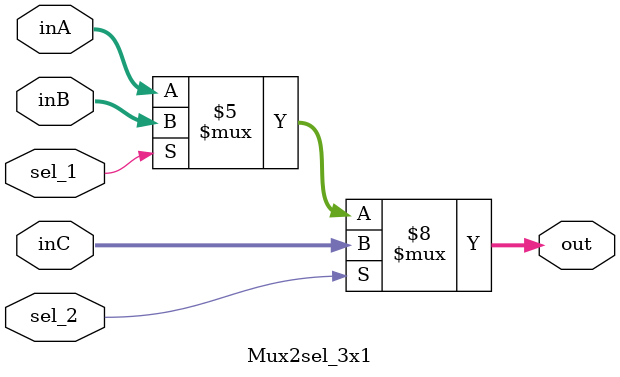
<source format=v>
`timescale 1ns / 1ps


module Mux2sel_3x1(out, inA, inB,inC, sel_1, sel_2);
input [4:0] inA, inB, inC; 
input sel_1, sel_2; 
output reg [4:0] out; 

always@(*) begin 
out <= 0; 
if(sel_2 == 1) begin 
    out <= inC; //1 on the second mux 
end
else if (sel_1 == 1)begin 
    out <= inB; //1 on the first mux 
end
else begin 
out <= inA; //0 first mux 
end 
end


endmodule

</source>
